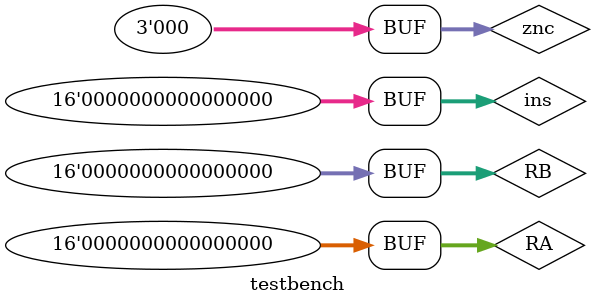
<source format=v>
`timescale 1ns / 1ps

module testbench ( );

	reg [15:0] RA, RB, ins;
	reg [2:0] znc;
	wire [2:0] out;

	yellow U1 (RA, RB, ins, znc, out);

	initial begin
	
	RA = 0000000000000000;
	RB = 0000000000000000;
	ins = 0000000000000000;
	znc = 000;

	//generate pattern
    	
	#10 ;
	end
endmodule

</source>
